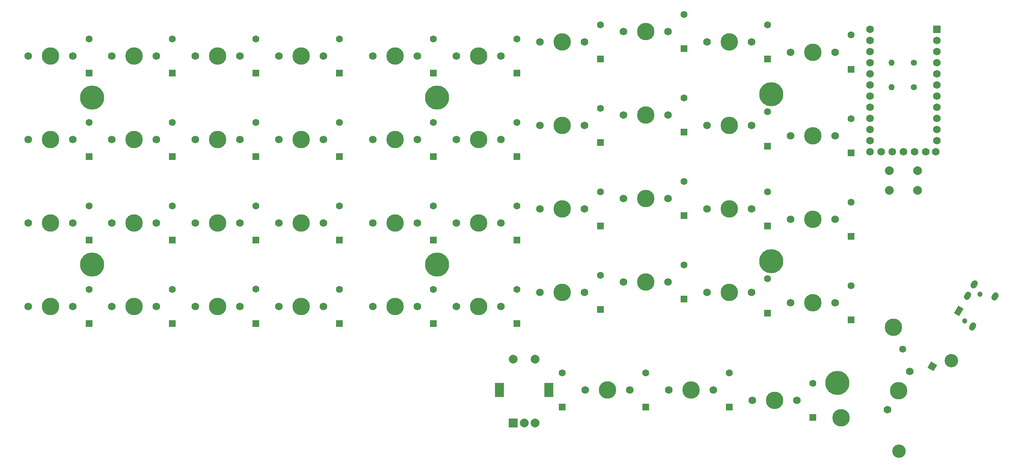
<source format=gbr>
%TF.GenerationSoftware,KiCad,Pcbnew,(5.1.9-0-10_14)*%
%TF.CreationDate,2021-04-19T01:17:04-05:00*%
%TF.ProjectId,wren-left,7772656e-2d6c-4656-9674-2e6b69636164,rev?*%
%TF.SameCoordinates,Original*%
%TF.FileFunction,Soldermask,Top*%
%TF.FilePolarity,Negative*%
%FSLAX46Y46*%
G04 Gerber Fmt 4.6, Leading zero omitted, Abs format (unit mm)*
G04 Created by KiCad (PCBNEW (5.1.9-0-10_14)) date 2021-04-19 01:17:04*
%MOMM*%
%LPD*%
G01*
G04 APERTURE LIST*
%ADD10C,5.500000*%
%ADD11C,3.987800*%
%ADD12C,3.048000*%
%ADD13C,1.750000*%
%ADD14O,1.400000X1.400000*%
%ADD15C,1.400000*%
%ADD16C,1.600000*%
%ADD17R,1.600000X1.600000*%
%ADD18C,0.100000*%
%ADD19R,2.000000X2.000000*%
%ADD20C,2.000000*%
%ADD21R,2.000000X3.200000*%
%ADD22C,1.752600*%
%ADD23R,1.752600X1.752600*%
%ADD24C,1.200000*%
G04 APERTURE END LIST*
D10*
%TO.C,H7*%
X226218750Y-111125000D03*
%TD*%
%TO.C,H6*%
X211137500Y-83343750D03*
%TD*%
%TO.C,H5*%
X134937500Y-84137500D03*
%TD*%
%TO.C,H4*%
X56356250Y-84137500D03*
%TD*%
%TO.C,H3*%
X211137500Y-45243750D03*
%TD*%
%TO.C,H2*%
X134937500Y-46037500D03*
%TD*%
%TO.C,H1*%
X56356250Y-46037500D03*
%TD*%
D11*
%TO.C,MX41*%
X239040460Y-98405139D03*
X227102460Y-119082361D03*
D12*
X252238687Y-106025139D03*
X240300687Y-126702361D03*
D13*
X242760500Y-108471841D03*
X237680500Y-117270659D03*
D11*
X240220500Y-112871250D03*
%TD*%
D14*
%TO.C,R2*%
X238585000Y-43656250D03*
D15*
X243665000Y-43656250D03*
%TD*%
D14*
%TO.C,R1*%
X238585000Y-38100000D03*
D15*
X243665000Y-38100000D03*
%TD*%
D16*
%TO.C,D45*%
X163512500Y-108812500D03*
D17*
X163512500Y-116612500D03*
%TD*%
D16*
%TO.C,D44*%
X182562500Y-108812500D03*
D17*
X182562500Y-116612500D03*
%TD*%
D16*
%TO.C,D43*%
X201612500Y-108812500D03*
D17*
X201612500Y-116612500D03*
%TD*%
D16*
%TO.C,D42*%
X220662500Y-111193750D03*
D17*
X220662500Y-118993750D03*
%TD*%
D16*
%TO.C,D41*%
X241161001Y-103428250D03*
D18*
G36*
X249008819Y-107035430D02*
G01*
X248208819Y-108421070D01*
X246823179Y-107621070D01*
X247623179Y-106235430D01*
X249008819Y-107035430D01*
G37*
%TD*%
D16*
%TO.C,D40*%
X55605500Y-89762500D03*
D17*
X55605500Y-97562500D03*
%TD*%
D16*
%TO.C,D39*%
X74649500Y-89762500D03*
D17*
X74649500Y-97562500D03*
%TD*%
D16*
%TO.C,D38*%
X93693500Y-89750000D03*
D17*
X93693500Y-97550000D03*
%TD*%
D16*
%TO.C,D37*%
X112737500Y-89762500D03*
D17*
X112737500Y-97562500D03*
%TD*%
D16*
%TO.C,D36*%
X134162000Y-89762500D03*
D17*
X134162000Y-97562500D03*
%TD*%
D16*
%TO.C,D35*%
X153206000Y-89762500D03*
D17*
X153206000Y-97562500D03*
%TD*%
D16*
%TO.C,D34*%
X172250000Y-86587500D03*
D17*
X172250000Y-94387500D03*
%TD*%
D16*
%TO.C,D33*%
X191294000Y-84206250D03*
D17*
X191294000Y-92006250D03*
%TD*%
D16*
%TO.C,D32*%
X210338000Y-87381250D03*
D17*
X210338000Y-95181250D03*
%TD*%
D16*
%TO.C,D31*%
X229382000Y-88968750D03*
D17*
X229382000Y-96768750D03*
%TD*%
D16*
%TO.C,D30*%
X55605500Y-70712500D03*
D17*
X55605500Y-78512500D03*
%TD*%
D16*
%TO.C,D29*%
X74649500Y-70712500D03*
D17*
X74649500Y-78512500D03*
%TD*%
D16*
%TO.C,D28*%
X93693500Y-70712500D03*
D17*
X93693500Y-78512500D03*
%TD*%
D16*
%TO.C,D27*%
X112737500Y-70712500D03*
D17*
X112737500Y-78512500D03*
%TD*%
D16*
%TO.C,D26*%
X134162000Y-70712500D03*
D17*
X134162000Y-78512500D03*
%TD*%
D16*
%TO.C,D25*%
X153206000Y-70712500D03*
D17*
X153206000Y-78512500D03*
%TD*%
D16*
%TO.C,D24*%
X172250000Y-67537500D03*
D17*
X172250000Y-75337500D03*
%TD*%
D16*
%TO.C,D23*%
X191294000Y-65156250D03*
D17*
X191294000Y-72956250D03*
%TD*%
D16*
%TO.C,D22*%
X210338000Y-67537500D03*
D17*
X210338000Y-75337500D03*
%TD*%
D16*
%TO.C,D21*%
X229382000Y-69918750D03*
D17*
X229382000Y-77718750D03*
%TD*%
D16*
%TO.C,D20*%
X55605500Y-51662500D03*
D17*
X55605500Y-59462500D03*
%TD*%
D16*
%TO.C,D19*%
X74649500Y-51662500D03*
D17*
X74649500Y-59462500D03*
%TD*%
D16*
%TO.C,D18*%
X93693500Y-51662500D03*
D17*
X93693500Y-59462500D03*
%TD*%
D16*
%TO.C,D17*%
X112737500Y-51662500D03*
D17*
X112737500Y-59462500D03*
%TD*%
D16*
%TO.C,D16*%
X134162000Y-51662500D03*
D17*
X134162000Y-59462500D03*
%TD*%
D16*
%TO.C,D15*%
X153206000Y-51662500D03*
D17*
X153206000Y-59462500D03*
%TD*%
D16*
%TO.C,D14*%
X172250000Y-48487500D03*
D17*
X172250000Y-56287500D03*
%TD*%
D16*
%TO.C,D13*%
X191294000Y-46106250D03*
D17*
X191294000Y-53906250D03*
%TD*%
D16*
%TO.C,D12*%
X210338000Y-49281250D03*
D17*
X210338000Y-57081250D03*
%TD*%
D16*
%TO.C,D11*%
X229382000Y-50868750D03*
D17*
X229382000Y-58668750D03*
%TD*%
D16*
%TO.C,D10*%
X55605500Y-32612500D03*
D17*
X55605500Y-40412500D03*
%TD*%
D16*
%TO.C,D9*%
X74649500Y-32612500D03*
D17*
X74649500Y-40412500D03*
%TD*%
D16*
%TO.C,D8*%
X93693500Y-32612500D03*
D17*
X93693500Y-40412500D03*
%TD*%
D16*
%TO.C,D7*%
X112737500Y-32612500D03*
D17*
X112737500Y-40412500D03*
%TD*%
D16*
%TO.C,D6*%
X134162000Y-32612500D03*
D17*
X134162000Y-40412500D03*
%TD*%
D16*
%TO.C,D5*%
X153206000Y-32612500D03*
D17*
X153206000Y-40412500D03*
%TD*%
D16*
%TO.C,D4*%
X172250000Y-29437500D03*
D17*
X172250000Y-37237500D03*
%TD*%
D16*
%TO.C,D3*%
X191294000Y-27056250D03*
D17*
X191294000Y-34856250D03*
%TD*%
D16*
%TO.C,D2*%
X210338000Y-29437500D03*
D17*
X210338000Y-37237500D03*
%TD*%
D16*
%TO.C,D1*%
X229382000Y-31756250D03*
D17*
X229382000Y-39556250D03*
%TD*%
D19*
%TO.C,ENC1*%
X152336500Y-120237250D03*
D20*
X154836500Y-120237250D03*
X157336500Y-120237250D03*
D21*
X149236500Y-112737250D03*
X160436500Y-112737250D03*
D20*
X152336500Y-105737250D03*
X157336500Y-105737250D03*
%TD*%
D22*
%TO.C,U1*%
X246380000Y-58420000D03*
X243840000Y-58420000D03*
X241300000Y-58420000D03*
X238760000Y-58420000D03*
X236220000Y-58420000D03*
X233680000Y-30480000D03*
X248691400Y-58420000D03*
X233680000Y-33020000D03*
X233680000Y-35560000D03*
X233680000Y-38100000D03*
X233680000Y-40640000D03*
X233680000Y-43180000D03*
X233680000Y-45720000D03*
X233680000Y-48260000D03*
X233680000Y-50800000D03*
X233680000Y-53340000D03*
X233680000Y-55880000D03*
X233680000Y-58420000D03*
X248920000Y-55880000D03*
X248920000Y-53340000D03*
X248920000Y-50800000D03*
X248920000Y-48260000D03*
X248920000Y-45720000D03*
X248920000Y-43180000D03*
X248920000Y-40640000D03*
X248920000Y-38100000D03*
X248920000Y-35560000D03*
X248920000Y-33020000D03*
D23*
X248920000Y-30480000D03*
%TD*%
D20*
%TO.C,SW0*%
X244561500Y-62706250D03*
X244561500Y-67206250D03*
X238061500Y-62706250D03*
X238061500Y-67206250D03*
%TD*%
D24*
%TO.C,J1*%
X255278358Y-96986083D03*
X258778358Y-90923905D03*
G36*
G01*
X257936500Y-87782046D02*
X257936500Y-87782046D01*
G75*
G02*
X258192718Y-88738264I-350000J-606218D01*
G01*
X257892718Y-89257880D01*
G75*
G02*
X256936500Y-89514098I-606218J350000D01*
G01*
X256936500Y-89514098D01*
G75*
G02*
X256680282Y-88557880I350000J606218D01*
G01*
X256980282Y-88038264D01*
G75*
G02*
X257936500Y-87782046I606218J-350000D01*
G01*
G37*
G36*
G01*
X256436500Y-90380122D02*
X256436500Y-90380122D01*
G75*
G02*
X256692718Y-91336340I-350000J-606218D01*
G01*
X256392718Y-91855956D01*
G75*
G02*
X255436500Y-92112174I-606218J350000D01*
G01*
X255436500Y-92112174D01*
G75*
G02*
X255180282Y-91155956I350000J606218D01*
G01*
X255480282Y-90636340D01*
G75*
G02*
X256436500Y-90380122I606218J-350000D01*
G01*
G37*
D18*
G36*
X253830282Y-93494225D02*
G01*
X255042718Y-94194225D01*
X254042718Y-95926275D01*
X252830282Y-95226275D01*
X253830282Y-93494225D01*
G37*
G36*
G01*
X257583614Y-97393262D02*
X257583614Y-97393262D01*
G75*
G02*
X257839832Y-98349480I-350000J-606218D01*
G01*
X257539832Y-98869096D01*
G75*
G02*
X256583614Y-99125314I-606218J350000D01*
G01*
X256583614Y-99125314D01*
G75*
G02*
X256327396Y-98169096I350000J606218D01*
G01*
X256627396Y-97649480D01*
G75*
G02*
X257583614Y-97393262I606218J-350000D01*
G01*
G37*
G36*
G01*
X262699640Y-90532046D02*
X262699640Y-90532046D01*
G75*
G02*
X262955858Y-91488264I-350000J-606218D01*
G01*
X262655858Y-92007880D01*
G75*
G02*
X261699640Y-92264098I-606218J350000D01*
G01*
X261699640Y-92264098D01*
G75*
G02*
X261443422Y-91307880I350000J606218D01*
G01*
X261743422Y-90788264D01*
G75*
G02*
X262699640Y-90532046I606218J-350000D01*
G01*
G37*
%TD*%
D13*
%TO.C,MX44*%
X178911250Y-112712500D03*
X168751250Y-112712500D03*
D11*
X173831250Y-112712500D03*
%TD*%
D13*
%TO.C,MX43*%
X197961250Y-112712500D03*
X187801250Y-112712500D03*
D11*
X192881250Y-112712500D03*
%TD*%
D13*
%TO.C,MX42*%
X217011250Y-115093750D03*
X206851250Y-115093750D03*
D11*
X211931250Y-115093750D03*
%TD*%
D13*
%TO.C,MX40*%
X51911250Y-93662500D03*
X41751250Y-93662500D03*
D11*
X46831250Y-93662500D03*
%TD*%
D13*
%TO.C,MX39*%
X70961250Y-93662500D03*
X60801250Y-93662500D03*
D11*
X65881250Y-93662500D03*
%TD*%
D13*
%TO.C,MX38*%
X90011250Y-93662500D03*
X79851250Y-93662500D03*
D11*
X84931250Y-93662500D03*
%TD*%
D13*
%TO.C,MX37*%
X109061250Y-93662500D03*
X98901250Y-93662500D03*
D11*
X103981250Y-93662500D03*
%TD*%
D13*
%TO.C,MX36*%
X130492500Y-93662500D03*
X120332500Y-93662500D03*
D11*
X125412500Y-93662500D03*
%TD*%
D13*
%TO.C,MX35*%
X149542500Y-93662500D03*
X139382500Y-93662500D03*
D11*
X144462500Y-93662500D03*
%TD*%
D13*
%TO.C,MX34*%
X168592500Y-90487500D03*
X158432500Y-90487500D03*
D11*
X163512500Y-90487500D03*
%TD*%
D13*
%TO.C,MX33*%
X187642500Y-88106250D03*
X177482500Y-88106250D03*
D11*
X182562500Y-88106250D03*
%TD*%
D13*
%TO.C,MX32*%
X206692500Y-90487500D03*
X196532500Y-90487500D03*
D11*
X201612500Y-90487500D03*
%TD*%
D13*
%TO.C,MX31*%
X225742500Y-92868750D03*
X215582500Y-92868750D03*
D11*
X220662500Y-92868750D03*
%TD*%
D13*
%TO.C,MX30*%
X51911250Y-74612500D03*
X41751250Y-74612500D03*
D11*
X46831250Y-74612500D03*
%TD*%
D13*
%TO.C,MX29*%
X70961250Y-74612500D03*
X60801250Y-74612500D03*
D11*
X65881250Y-74612500D03*
%TD*%
D13*
%TO.C,MX28*%
X90011250Y-74612500D03*
X79851250Y-74612500D03*
D11*
X84931250Y-74612500D03*
%TD*%
D13*
%TO.C,MX27*%
X109061250Y-74612500D03*
X98901250Y-74612500D03*
D11*
X103981250Y-74612500D03*
%TD*%
D13*
%TO.C,MX26*%
X130492500Y-74612500D03*
X120332500Y-74612500D03*
D11*
X125412500Y-74612500D03*
%TD*%
D13*
%TO.C,MX25*%
X149542500Y-74612500D03*
X139382500Y-74612500D03*
D11*
X144462500Y-74612500D03*
%TD*%
D13*
%TO.C,MX24*%
X168592500Y-71437500D03*
X158432500Y-71437500D03*
D11*
X163512500Y-71437500D03*
%TD*%
D13*
%TO.C,MX23*%
X187642500Y-69056250D03*
X177482500Y-69056250D03*
D11*
X182562500Y-69056250D03*
%TD*%
D13*
%TO.C,MX22*%
X206692500Y-71437500D03*
X196532500Y-71437500D03*
D11*
X201612500Y-71437500D03*
%TD*%
D13*
%TO.C,MX21*%
X225742500Y-73818750D03*
X215582500Y-73818750D03*
D11*
X220662500Y-73818750D03*
%TD*%
D13*
%TO.C,MX20*%
X51911250Y-55562500D03*
X41751250Y-55562500D03*
D11*
X46831250Y-55562500D03*
%TD*%
D13*
%TO.C,MX19*%
X70961250Y-55562500D03*
X60801250Y-55562500D03*
D11*
X65881250Y-55562500D03*
%TD*%
D13*
%TO.C,MX18*%
X90011250Y-55562500D03*
X79851250Y-55562500D03*
D11*
X84931250Y-55562500D03*
%TD*%
D13*
%TO.C,MX17*%
X109061250Y-55562500D03*
X98901250Y-55562500D03*
D11*
X103981250Y-55562500D03*
%TD*%
D13*
%TO.C,MX16*%
X130492500Y-55562500D03*
X120332500Y-55562500D03*
D11*
X125412500Y-55562500D03*
%TD*%
D13*
%TO.C,MX15*%
X149542500Y-55562500D03*
X139382500Y-55562500D03*
D11*
X144462500Y-55562500D03*
%TD*%
D13*
%TO.C,MX14*%
X168592500Y-52387500D03*
X158432500Y-52387500D03*
D11*
X163512500Y-52387500D03*
%TD*%
D13*
%TO.C,MX13*%
X187642500Y-50006250D03*
X177482500Y-50006250D03*
D11*
X182562500Y-50006250D03*
%TD*%
D13*
%TO.C,MX12*%
X206692500Y-52387500D03*
X196532500Y-52387500D03*
D11*
X201612500Y-52387500D03*
%TD*%
D13*
%TO.C,MX11*%
X225742500Y-54768750D03*
X215582500Y-54768750D03*
D11*
X220662500Y-54768750D03*
%TD*%
D13*
%TO.C,MX10*%
X51911250Y-36512500D03*
X41751250Y-36512500D03*
D11*
X46831250Y-36512500D03*
%TD*%
D13*
%TO.C,MX9*%
X70961250Y-36512500D03*
X60801250Y-36512500D03*
D11*
X65881250Y-36512500D03*
%TD*%
D13*
%TO.C,MX8*%
X90011250Y-36512500D03*
X79851250Y-36512500D03*
D11*
X84931250Y-36512500D03*
%TD*%
D13*
%TO.C,MX7*%
X109061250Y-36512500D03*
X98901250Y-36512500D03*
D11*
X103981250Y-36512500D03*
%TD*%
D13*
%TO.C,MX6*%
X130492500Y-36512500D03*
X120332500Y-36512500D03*
D11*
X125412500Y-36512500D03*
%TD*%
D13*
%TO.C,MX5*%
X149542500Y-36512500D03*
X139382500Y-36512500D03*
D11*
X144462500Y-36512500D03*
%TD*%
D13*
%TO.C,MX4*%
X168592500Y-33337500D03*
X158432500Y-33337500D03*
D11*
X163512500Y-33337500D03*
%TD*%
D13*
%TO.C,MX3*%
X187642500Y-30956250D03*
X177482500Y-30956250D03*
D11*
X182562500Y-30956250D03*
%TD*%
D13*
%TO.C,MX2*%
X206692500Y-33337500D03*
X196532500Y-33337500D03*
D11*
X201612500Y-33337500D03*
%TD*%
D13*
%TO.C,MX1*%
X225742500Y-35718750D03*
X215582500Y-35718750D03*
D11*
X220662500Y-35718750D03*
%TD*%
M02*

</source>
